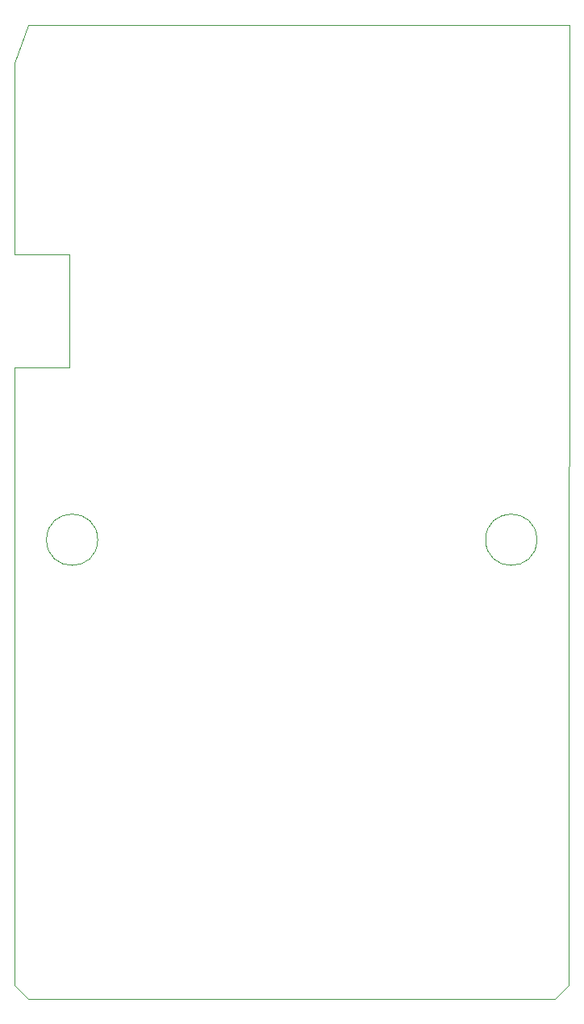
<source format=gbr>
%TF.GenerationSoftware,KiCad,Pcbnew,9.0.6*%
%TF.CreationDate,2025-12-23T16:48:34+01:00*%
%TF.ProjectId,PiRTOII2_cart,50695254-4f49-4493-925f-636172742e6b,1git*%
%TF.SameCoordinates,Original*%
%TF.FileFunction,Profile,NP*%
%FSLAX46Y46*%
G04 Gerber Fmt 4.6, Leading zero omitted, Abs format (unit mm)*
G04 Created by KiCad (PCBNEW 9.0.6) date 2025-12-23 16:48:34*
%MOMM*%
%LPD*%
G01*
G04 APERTURE LIST*
%TA.AperFunction,Profile*%
%ADD10C,0.100000*%
%TD*%
%TA.AperFunction,Profile*%
%ADD11C,0.120000*%
%TD*%
G04 APERTURE END LIST*
D10*
X89972000Y-80000000D02*
X91422000Y-76000000D01*
X89972000Y-80000000D02*
X89972000Y-100100000D01*
X148163400Y-169314000D02*
X148240000Y-76000000D01*
X98708960Y-130000000D02*
G75*
G02*
X93332360Y-130000000I-2688300J0D01*
G01*
X93332360Y-130000000D02*
G75*
G02*
X98708960Y-130000000I2688300J0D01*
G01*
X89972000Y-113820000D02*
X89972000Y-169314000D01*
X89972000Y-100100000D02*
X95700000Y-100100000D01*
X95700000Y-111970000D02*
X89970000Y-111970000D01*
X89970000Y-111970000D02*
X89972000Y-113820000D01*
X144803040Y-130000000D02*
G75*
G02*
X139426440Y-130000000I-2688300J0D01*
G01*
X139426440Y-130000000D02*
G75*
G02*
X144803040Y-130000000I2688300J0D01*
G01*
X95700000Y-100100000D02*
X95700000Y-111970000D01*
X148240000Y-76000000D02*
X91422000Y-76000000D01*
D11*
%TO.C,CN1*%
X89972000Y-176704000D02*
X89972000Y-169314000D01*
X89972000Y-176704000D02*
X91422000Y-178154000D01*
X146713400Y-178154000D02*
X91422000Y-178154000D01*
X148163400Y-176704000D02*
X146713400Y-178154000D01*
X148163400Y-176704000D02*
X148163400Y-169314000D01*
%TD*%
M02*

</source>
